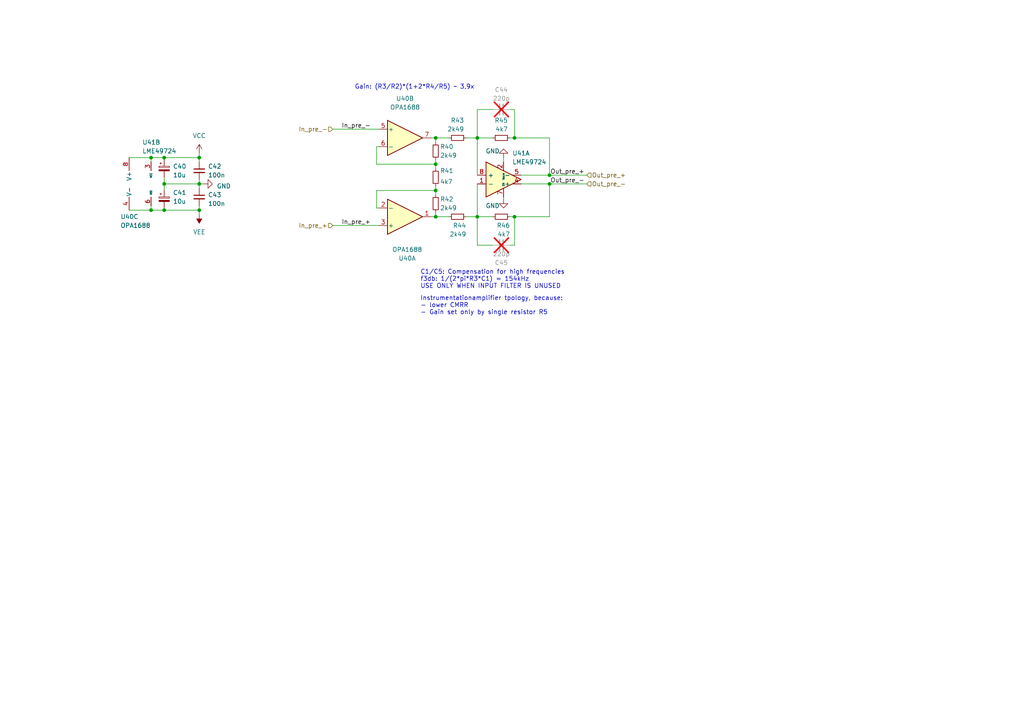
<source format=kicad_sch>
(kicad_sch (version 20230121) (generator eeschema)
  (paper "A4")
  (title_block (title "BHOA") (rev "0.1") (company "C Audio") (comment 3 "Balanced Headphone Operationsal Amplifier"))
  (lib_symbols
    (symbol ".OpAmp:LME49724"
      (property "Reference" "U602" (at 5.08 7.62 0))
      (property "Value" "LME49724" (at 5.08 5.08 0))
      (symbol "LME49724_1_1"
        (polyline (pts (xy -2.54 5.08) (xy 7.62 0) (xy -2.54 -5.08) (xy -2.54 5.08) (xy -2.54 5.08)) (stroke (width 0.254)) (fill (type background)))
        (pin input line (at -5.08 -1.27 0) (length 2.54) (name "-") (number "1"))
        (pin input line (at 2.54 5.08 270) (length 2.54) (name "Vocm") (number "2"))
        (pin output line (at 7.62 -1.27 180) (length 2.54) (name "+") (number "4"))
        (pin output line (at 7.62 1.27 180) (length 2.54) (name "-") (number "5"))
        (pin input line (at 2.54 -5.08 90) (length 2.54) (name "EN") (number "7"))
        (pin input line (at -5.08 1.27 0) (length 2.54) (name "+") (number "8"))
      )
      (symbol "LME49724_2_1"
        (pin power_in line (at 0 6.35 270) (length 2.54) (name "VCC") (number "3"))
        (pin power_in line (at 0 -6.35 90) (length 2.54) (name "VEE") (number "6"))
      )
    )
    (symbol "Device:C_Polarized_Small" (pin_numbers hide) (pin_names (offset 0.254) hide)
      (property "Reference" "C" (at 0.254 1.778 0))
      (property "Value" "C_Polarized_Small" (at 0.254 -2.032 0))
      (symbol "C_Polarized_Small_0_1"
        (rectangle (start -1.524 -0.3048) (end 1.524 -0.6858) (fill (type outline)))
        (rectangle (start -1.524 0.6858) (end 1.524 0.3048))
        (polyline (pts (xy -1.27 1.524) (xy -0.762 1.524)))
        (polyline (pts (xy -1.016 1.27) (xy -1.016 1.778)))
      )
      (symbol "C_Polarized_Small_1_1"
        (pin passive line (at 0 2.54 270) (length 1.8542) (name "~") (number "1"))
        (pin passive line (at 0 -2.54 90) (length 1.8542) (name "~") (number "2"))
      )
    )
    (symbol "Device:C_Small" (pin_numbers hide) (pin_names (offset 0.254) hide)
      (property "Reference" "C" (at 0.254 1.778 0))
      (property "Value" "C_Small" (at 0.254 -2.032 0))
      (symbol "C_Small_0_1"
        (polyline (pts (xy -1.524 -0.508) (xy 1.524 -0.508)) (stroke (width 0.3302)))
        (polyline (pts (xy -1.524 0.508) (xy 1.524 0.508)) (stroke (width 0.3048)))
      )
      (symbol "C_Small_1_1"
        (pin passive line (at 0 2.54 270) (length 2.032) (name "~") (number "1"))
        (pin passive line (at 0 -2.54 90) (length 2.032) (name "~") (number "2"))
      )
    )
    (symbol "Device:R_Small" (pin_numbers hide) (pin_names (offset 0.254) hide)
      (property "Reference" "R" (at 0.762 0.508 0))
      (property "Value" "R_Small" (at 0.762 -1.016 0))
      (symbol "R_Small_0_1"
        (rectangle (start -0.762 1.778) (end 0.762 -1.778) (stroke (width 0.2032)))
      )
      (symbol "R_Small_1_1"
        (pin passive line (at 0 2.54 270) (length 0.762) (name "~") (number "1"))
        (pin passive line (at 0 -2.54 90) (length 0.762) (name "~") (number "2"))
      )
    )
    (symbol "GND_4" (power) (pin_names (offset 0))
      (property "Value" "GND_4" (at 0 -3.81 0))
      (symbol "GND_4_0_1"
        (polyline (pts (xy 0 0) (xy 0 -1.27) (xy 1.27 -1.27) (xy 0 -2.54) (xy -1.27 -1.27) (xy 0 -1.27)))
      )
      (symbol "GND_4_1_1"
        (pin power_in line (at 0 0 270) (length 0) hide (name "GND") (number "1"))
      )
    )
    (symbol "LME49724_1"
      (property "Reference" "U602" (at 5.08 7.62 0))
      (property "Value" "LME49724" (at 5.08 5.08 0))
      (symbol "LME49724_1_1_1"
        (polyline (pts (xy -2.54 5.08) (xy 7.62 0) (xy -2.54 -5.08) (xy -2.54 5.08) (xy -2.54 5.08)) (stroke (width 0.254)) (fill (type background)))
        (pin input line (at -5.08 -1.27 0) (length 2.54) (name "-") (number "1"))
        (pin input line (at 2.54 5.08 270) (length 2.54) (name "Vocm") (number "2"))
        (pin output line (at 7.62 -1.27 180) (length 2.54) (name "+") (number "4"))
        (pin output line (at 7.62 1.27 180) (length 2.54) (name "-") (number "5"))
        (pin input line (at 2.54 -5.08 90) (length 2.54) (name "EN") (number "7"))
        (pin input line (at -5.08 1.27 0) (length 2.54) (name "+") (number "8"))
      )
      (symbol "LME49724_1_2_1"
        (pin power_in line (at 0 6.35 270) (length 2.54) (name "VCC") (number "3"))
        (pin power_in line (at 0 -6.35 90) (length 2.54) (name "VEE") (number "6"))
      )
    )
    (symbol "SoundPlus:OPA1688" (pin_names (offset 0.127))
      (property "Reference" "U" (at 0 5.08 0))
      (property "Value" "OPA1688" (at 0 -5.08 0))
      (symbol "OPA1688_1_1"
        (polyline (pts (xy -5.08 5.08) (xy 5.08 0) (xy -5.08 -5.08) (xy -5.08 5.08)) (stroke (width 0.254)) (fill (type background)))
        (pin output line (at 7.62 0 180) (length 2.54) (name "~") (number "1"))
        (pin input line (at -7.62 -2.54 0) (length 2.54) (name "-") (number "2"))
        (pin input line (at -7.62 2.54 0) (length 2.54) (name "+") (number "3"))
      )
      (symbol "OPA1688_2_1"
        (polyline (pts (xy -5.08 5.08) (xy 5.08 0) (xy -5.08 -5.08) (xy -5.08 5.08)) (stroke (width 0.254)) (fill (type background)))
        (pin input line (at -7.62 2.54 0) (length 2.54) (name "+") (number "5"))
        (pin input line (at -7.62 -2.54 0) (length 2.54) (name "-") (number "6"))
        (pin output line (at 7.62 0 180) (length 2.54) (name "~") (number "7"))
      )
      (symbol "OPA1688_3_1"
        (pin power_in line (at -2.54 -7.62 90) (length 3.81) (name "V-") (number "4"))
        (pin power_in line (at -2.54 7.62 270) (length 3.81) (name "V+") (number "8"))
      )
    )
    (symbol "power:GND" (power) (pin_names (offset 0))
      (property "Value" "GND" (at 0 -3.81 0))
      (symbol "GND_0_1"
        (polyline (pts (xy 0 0) (xy 0 -1.27) (xy 1.27 -1.27) (xy 0 -2.54) (xy -1.27 -1.27) (xy 0 -1.27)))
      )
      (symbol "GND_1_1"
        (pin power_in line (at 0 0 270) (length 0) hide (name "GND") (number "1"))
      )
    )
    (symbol "power:VCC" (power) (pin_names (offset 0))
      (property "Value" "VCC" (at 0 3.81 0))
      (symbol "VCC_0_1"
        (polyline (pts (xy -0.762 1.27) (xy 0 2.54)))
        (polyline (pts (xy 0 0) (xy 0 2.54)))
        (polyline (pts (xy 0 2.54) (xy 0.762 1.27)))
      )
      (symbol "VCC_1_1"
        (pin power_in line (at 0 0 90) (length 0) hide (name "VCC") (number "1"))
      )
    )
    (symbol "power:VEE" (power) (pin_names (offset 0))
      (property "Value" "VEE" (at 0 3.81 0))
      (symbol "VEE_0_1"
        (polyline (pts (xy 0 0) (xy 0 2.54)))
        (polyline (pts (xy 0.762 1.27) (xy -0.762 1.27) (xy 0 2.54) (xy 0.762 1.27)) (fill (type outline)))
      )
      (symbol "VEE_1_1"
        (pin power_in line (at 0 0 90) (length 0) hide (name "VEE") (number "1"))
      )
    )
  )
  (junction (at 126.365 47.625))
  (junction (at 138.43 40.005))
  (junction (at 47.625 53.34))
  (junction (at 47.625 60.96))
  (junction (at 57.785 45.72))
  (junction (at 138.43 62.865))
  (junction (at 47.625 45.72))
  (junction (at 126.365 62.865))
  (junction (at 126.365 40.005))
  (junction (at 159.385 50.8))
  (junction (at 149.225 62.865))
  (junction (at 43.815 60.96))
  (junction (at 159.385 53.34))
  (junction (at 126.365 55.245))
  (junction (at 149.225 40.005))
  (junction (at 57.785 53.34))
  (junction (at 57.785 60.96))
  (junction (at 43.815 45.72))
  (wire (pts (xy 138.43 31.75) (xy 138.43 40.005)))
  (wire (pts (xy 96.52 65.405) (xy 109.855 65.405)))
  (wire (pts (xy 149.225 62.865) (xy 147.955 62.865)))
  (wire (pts (xy 126.365 53.975) (xy 126.365 55.245)))
  (wire (pts (xy 135.255 40.005) (xy 138.43 40.005)))
  (wire (pts (xy 47.625 60.96) (xy 47.625 60.325)))
  (wire (pts (xy 126.365 40.005) (xy 130.175 40.005)))
  (wire (pts (xy 43.815 60.96) (xy 47.625 60.96)))
  (wire (pts (xy 57.785 44.45) (xy 57.785 45.72)))
  (wire (pts (xy 126.365 55.245) (xy 126.365 56.515)))
  (wire (pts (xy 159.385 40.005) (xy 159.385 50.8)))
  (wire (pts (xy 47.625 45.72) (xy 47.625 46.355)))
  (wire (pts (xy 125.095 40.005) (xy 126.365 40.005)))
  (wire (pts (xy 43.815 45.72) (xy 43.815 46.99)))
  (wire (pts (xy 159.385 53.34) (xy 170.18 53.34)))
  (wire (pts (xy 126.365 47.625) (xy 126.365 48.895)))
  (wire (pts (xy 138.43 40.005) (xy 142.875 40.005)))
  (wire (pts (xy 47.625 53.34) (xy 47.625 55.245)))
  (wire (pts (xy 159.385 62.865) (xy 149.225 62.865)))
  (wire (pts (xy 126.365 40.005) (xy 126.365 41.275)))
  (wire (pts (xy 126.365 62.865) (xy 130.175 62.865)))
  (wire (pts (xy 146.05 57.15) (xy 146.05 57.785)))
  (wire (pts (xy 125.095 62.865) (xy 126.365 62.865)))
  (wire (pts (xy 149.225 31.75) (xy 149.225 40.005)))
  (wire (pts (xy 109.22 42.545) (xy 109.855 42.545)))
  (wire (pts (xy 47.625 53.34) (xy 47.625 51.435)))
  (wire (pts (xy 149.225 71.12) (xy 149.225 62.865)))
  (wire (pts (xy 109.22 55.245) (xy 126.365 55.245)))
  (wire (pts (xy 126.365 61.595) (xy 126.365 62.865)))
  (wire (pts (xy 147.955 40.005) (xy 149.225 40.005)))
  (wire (pts (xy 159.385 50.8) (xy 170.18 50.8)))
  (wire (pts (xy 57.785 59.69) (xy 57.785 60.96)))
  (wire (pts (xy 109.22 47.625) (xy 109.22 42.545)))
  (wire (pts (xy 138.43 40.005) (xy 138.43 50.8)))
  (wire (pts (xy 57.785 52.07) (xy 57.785 53.34)))
  (wire (pts (xy 109.22 60.325) (xy 109.855 60.325)))
  (wire (pts (xy 57.785 46.99) (xy 57.785 45.72)))
  (wire (pts (xy 151.13 53.34) (xy 159.385 53.34)))
  (wire (pts (xy 96.52 37.465) (xy 109.855 37.465)))
  (wire (pts (xy 142.875 62.865) (xy 138.43 62.865)))
  (wire (pts (xy 57.785 45.72) (xy 47.625 45.72)))
  (wire (pts (xy 37.465 45.72) (xy 43.815 45.72)))
  (wire (pts (xy 57.785 53.34) (xy 57.785 54.61)))
  (wire (pts (xy 146.05 45.72) (xy 146.05 46.99)))
  (wire (pts (xy 57.785 60.96) (xy 57.785 62.23)))
  (wire (pts (xy 151.13 50.8) (xy 159.385 50.8)))
  (wire (pts (xy 147.955 71.12) (xy 149.225 71.12)))
  (wire (pts (xy 142.875 31.75) (xy 138.43 31.75)))
  (wire (pts (xy 109.22 55.245) (xy 109.22 60.325)))
  (wire (pts (xy 37.465 60.96) (xy 43.815 60.96)))
  (wire (pts (xy 126.365 46.355) (xy 126.365 47.625)))
  (wire (pts (xy 138.43 62.865) (xy 138.43 71.12)))
  (wire (pts (xy 57.785 53.34) (xy 47.625 53.34)))
  (wire (pts (xy 57.785 60.96) (xy 47.625 60.96)))
  (wire (pts (xy 43.815 59.69) (xy 43.815 60.96)))
  (wire (pts (xy 138.43 71.12) (xy 142.875 71.12)))
  (wire (pts (xy 109.22 47.625) (xy 126.365 47.625)))
  (wire (pts (xy 135.255 62.865) (xy 138.43 62.865)))
  (wire (pts (xy 59.055 53.34) (xy 57.785 53.34)))
  (wire (pts (xy 159.385 53.34) (xy 159.385 62.865)))
  (wire (pts (xy 147.955 31.75) (xy 149.225 31.75)))
  (wire (pts (xy 43.815 45.72) (xy 47.625 45.72)))
  (wire (pts (xy 149.225 40.005) (xy 159.385 40.005)))
  (wire (pts (xy 138.43 53.34) (xy 138.43 62.865)))
  (text "C1/C5: Compensation for high frequencies\nf3db: 1/(2*pi*R3*C1) = 154kHz\nUSE ONLY WHEN INPUT FILTER IS UNUSED\n" (at 121.92 83.82 0) (effects (font (size 1.27 1.27)) (justify left bottom)))
  (text "Instrumentationamplifier tpology, because:\n- lower CMRR\n- Gain set only by single resistor R5" (at 121.92 91.44 0) (effects (font (size 1.27 1.27)) (justify left bottom)))
  (text "Gain: (R3/R2)*(1+2*R4/R5) ~ 3,9x" (at 102.87 26.035 0) (effects (font (size 1.27 1.27)) (justify left bottom)))
  (label "Out_pre_+" (at 169.545 50.8 180))
  (label "In_pre_+" (at 99.06 65.405 0))
  (label "Out_pre_-" (at 169.545 53.34 180))
  (label "In_pre_-" (at 99.06 37.465 0))
  (hierarchical_label "Out_pre_+" (shape input) (at 170.18 50.8 0))
  (hierarchical_label "In_pre_-" (shape input) (at 96.52 37.465 180))
  (hierarchical_label "Out_pre_-" (shape input) (at 170.18 53.34 0))
  (hierarchical_label "In_pre_+" (shape input) (at 96.52 65.405 180))
  (symbol (lib_id "Device:R_Small") (at 126.365 59.055 0) (unit 1)
    (property "Reference" "R42" (at 127.635 57.785 0) (effects (justify left)))
    (property "Value" "2k49" (at 127.635 60.325 0) (effects (justify left)))
    (property "Footprint" "Resistor_SMD:R_0805_2012Metric_Pad1.20x1.40mm_HandSolder" (effects hide))
    (instances (project "BHOA" (path "" (reference "R42") (unit 1)) (path "" (reference "R52") (unit 1))) (project "Whammy Amp Balanced" (path "" (reference "Re?") (unit 1)) (path "" (reference "Re?") (unit 1)) (path "" (reference "Re?") (unit 1))))
  )
  (symbol (lib_id "Device:C_Small") (at 57.785 49.53 0) (unit 1)
    (property "Reference" "C42" (at 60.325 48.26 0) (effects (justify left)))
    (property "Value" "100n" (at 60.325 50.8 0) (effects (justify left)))
    (property "Footprint" "Capacitor_SMD:C_0805_2012Metric_Pad1.18x1.45mm_HandSolder" (effects hide))
    (instances (project "BHOA" (path "" (reference "C42") (unit 1)) (path "" (reference "C52") (unit 1))) (project "Whammy Amp Balanced" (path "" (reference "C?") (unit 1)) (path "" (reference "C?") (unit 1))))
  )
  (symbol (lib_id "Device:C_Small") (at 145.415 71.12 90) (mirror x) (unit 1) (dnp yes)
    (property "Reference" "C45" (at 145.4213 76.2 90))
    (property "Value" "220p" (at 145.4213 73.66 90))
    (property "Footprint" "Capacitor_SMD:C_0805_2012Metric_Pad1.18x1.45mm_HandSolder" (effects hide))
    (instances (project "BHOA" (path "" (reference "C45") (unit 1)) (path "" (reference "C55") (unit 1))) (project "Whammy Amp Balanced" (path "" (reference "C?") (unit 1)) (path "" (reference "C?") (unit 1)) (path "" (reference "C?") (unit 1))))
  )
  (symbol (lib_id ".OpAmp:LME49724") (at 43.815 53.34 0) (unit 2)
    (property "Reference" "U41" (at 41.275 41.275 0) (effects (justify left)))
    (property "Value" "LME49724" (at 41.275 43.815 0) (effects (justify left)))
    (property "Footprint" "Package_SO:SOIC-8_3.9x4.9mm_P1.27mm" (effects hide))
    (property "Datasheet" "https://www.ti.com/lit/ds/symlink/lme49724.pdf?HQS=dis-mous-null-mousermode-dsf-pf-null-wwe&ts=1689977342281&ref_url=https%253A%252F%252Fwww.mouser.de%252F" (effects hide))
    (instances (project "BHOA" (path "" (reference "U41") (unit 2)) (path "" (reference "U51") (unit 2))) (project "Whammy Amp Balanced" (path "" (reference "U?") (unit 2)) (path "" (reference "U?") (unit 2)) (path "" (reference "U?") (unit 2))))
  )
  (symbol (lib_id "Device:C_Small") (at 57.785 57.15 0) (unit 1)
    (property "Reference" "C43" (at 60.325 56.5213 0) (effects (justify left)))
    (property "Value" "100n" (at 60.325 59.0613 0) (effects (justify left)))
    (property "Footprint" "Capacitor_SMD:C_0805_2012Metric_Pad1.18x1.45mm_HandSolder" (effects hide))
    (instances (project "BHOA" (path "" (reference "C43") (unit 1)) (path "" (reference "C53") (unit 1))) (project "Whammy Amp Balanced" (path "" (reference "C?") (unit 1)) (path "" (reference "C?") (unit 1))))
  )
  (symbol (lib_id "Device:R_Small") (at 145.415 62.865 90) (unit 1)
    (property "Reference" "R46" (at 147.955 65.405 90) (effects (justify left)))
    (property "Value" "4k7" (at 147.955 67.945 90) (effects (justify left)))
    (property "Footprint" "Resistor_SMD:R_0805_2012Metric_Pad1.20x1.40mm_HandSolder" (effects hide))
    (instances (project "BHOA" (path "" (reference "R46") (unit 1)) (path "" (reference "R56") (unit 1))) (project "Whammy Amp Balanced" (path "" (reference "R?") (unit 1)) (path "" (reference "R?") (unit 1)) (path "" (reference "R?") (unit 1))))
  )
  (symbol (lib_id "power:VEE") (at 57.785 62.23 180) (unit 1)
    (property "Reference" "#PWR041" (effects hide))
    (property "Value" "VEE" (at 57.785 67.31 0))
    (instances (project "BHOA" (path "" (reference "#PWR041") (unit 1)) (path "" (reference "#PWR051") (unit 1))))
  )
  (symbol (lib_id "SoundPlus:OPA1688") (at 117.475 40.005 0) (unit 2)
    (property "Reference" "U40" (at 117.475 28.575 0))
    (property "Value" "OPA1688" (at 117.475 31.115 0))
    (property "Footprint" "Package_SO:SOIC-8_3.9x4.9mm_P1.27mm" (effects hide))
    (property "Datasheet" "https://www.ti.com/lit/ds/symlink/opa1688.pdf?HQS=dis-mous-null-mousermode-dsf-pf-null-wwe&ts=1698782931096&ref_url=https%253A%252F%252Fwww.mouser.de%252F" (effects hide))
    (instances (project "BHOA" (path "" (reference "U40") (unit 2)) (path "" (reference "U50") (unit 2))))
  )
  (symbol (lib_name "GND_4") (lib_id "power:GND") (at 146.05 57.785 0) (unit 1)
    (property "Reference" "#PWR044" (effects hide))
    (property "Value" "GND" (at 142.875 59.69 0))
    (instances (project "BHOA" (path "" (reference "#PWR044") (unit 1)) (path "" (reference "#PWR054") (unit 1))) (project "Whammy Amp Balanced" (path "" (reference "#PWR?") (unit 1)) (path "" (reference "#PWR?") (unit 1)) (path "" (reference "#PWR?") (unit 1))))
  )
  (symbol (lib_id "Device:R_Small") (at 145.415 40.005 90) (unit 1)
    (property "Reference" "R45" (at 147.32 34.925 90) (effects (justify left)))
    (property "Value" "4k7" (at 147.32 37.465 90) (effects (justify left)))
    (property "Footprint" "Resistor_SMD:R_0805_2012Metric_Pad1.20x1.40mm_HandSolder" (effects hide))
    (instances (project "BHOA" (path "" (reference "R45") (unit 1)) (path "" (reference "R55") (unit 1))) (project "Whammy Amp Balanced" (path "" (reference "R?") (unit 1)) (path "" (reference "R?") (unit 1)) (path "" (reference "R?") (unit 1))))
  )
  (symbol (lib_id "power:VCC") (at 57.785 44.45 0) (unit 1)
    (property "Reference" "#PWR040" (effects hide))
    (property "Value" "VCC" (at 57.785 39.37 0))
    (instances (project "BHOA" (path "" (reference "#PWR040") (unit 1)) (path "" (reference "#PWR050") (unit 1))))
  )
  (symbol (lib_id "SoundPlus:OPA1688") (at 117.475 62.865 0) (mirror x) (unit 1)
    (property "Reference" "U40" (at 118.11 74.93 0))
    (property "Value" "OPA1688" (at 118.11 72.39 0))
    (property "Footprint" "Package_SO:SOIC-8_3.9x4.9mm_P1.27mm" (effects hide))
    (property "Datasheet" "https://www.ti.com/lit/ds/symlink/opa1688.pdf?HQS=dis-mous-null-mousermode-dsf-pf-null-wwe&ts=1698782931096&ref_url=https%253A%252F%252Fwww.mouser.de%252F" (effects hide))
    (instances (project "BHOA" (path "" (reference "U40") (unit 1)) (path "" (reference "U50") (unit 1))))
  )
  (symbol (lib_id "Device:R_Small") (at 126.365 51.435 0) (unit 1)
    (property "Reference" "R41" (at 127.635 49.53 0) (effects (justify left)))
    (property "Value" "4k7" (at 127.635 52.705 0) (effects (justify left)))
    (property "Footprint" "Resistor_SMD:R_1206_3216Metric_Pad1.30x1.75mm_HandSolder" (effects hide))
    (instances (project "BHOA" (path "" (reference "R41") (unit 1)) (path "" (reference "R51") (unit 1))) (project "Whammy Amp Balanced" (path "" (reference "R?") (unit 1)) (path "" (reference "R?") (unit 1)) (path "" (reference "R?") (unit 1))))
  )
  (symbol (lib_id "Device:C_Polarized_Small") (at 47.625 57.785 0) (unit 1)
    (property "Reference" "C41" (at 50.165 55.88 0) (effects (justify left)))
    (property "Value" "10u" (at 50.165 58.42 0) (effects (justify left)))
    (property "Footprint" "Capacitor_SMD:C_1206_3216Metric_Pad1.33x1.80mm_HandSolder" (effects hide))
    (instances (project "BHOA" (path "" (reference "C41") (unit 1)) (path "" (reference "C51") (unit 1))) (project "Whammy Amp Balanced" (path "" (reference "C?") (unit 1)) (path "" (reference "C?") (unit 1))))
  )
  (symbol (lib_id "SoundPlus:OPA1688") (at 40.005 53.34 0) (unit 3)
    (property "Reference" "U40" (at 34.925 62.865 0) (effects (justify left)))
    (property "Value" "OPA1688" (at 34.925 65.405 0) (effects (justify left)))
    (property "Footprint" "Package_SO:SOIC-8_3.9x4.9mm_P1.27mm" (effects hide))
    (property "Datasheet" "https://www.ti.com/lit/ds/symlink/opa1688.pdf?HQS=dis-mous-null-mousermode-dsf-pf-null-wwe&ts=1698782931096&ref_url=https%253A%252F%252Fwww.mouser.de%252F" (effects hide))
    (instances (project "BHOA" (path "" (reference "U40") (unit 3)) (path "" (reference "U50") (unit 3))))
  )
  (symbol (lib_id "Device:C_Polarized_Small") (at 47.625 48.895 0) (unit 1)
    (property "Reference" "C40" (at 50.165 48.26 0) (effects (justify left)))
    (property "Value" "10u" (at 50.165 50.8 0) (effects (justify left)))
    (property "Footprint" "Capacitor_SMD:C_1206_3216Metric_Pad1.33x1.80mm_HandSolder" (effects hide))
    (instances (project "BHOA" (path "" (reference "C40") (unit 1)) (path "" (reference "C50") (unit 1))) (project "Whammy Amp Balanced" (path "" (reference "C?") (unit 1)) (path "" (reference "C?") (unit 1))))
  )
  (symbol (lib_name "GND_4") (lib_id "power:GND") (at 146.05 45.72 180) (unit 1)
    (property "Reference" "#PWR043" (effects hide))
    (property "Value" "GND" (at 142.875 43.815 0))
    (instances (project "BHOA" (path "" (reference "#PWR043") (unit 1)) (path "" (reference "#PWR053") (unit 1))) (project "Whammy Amp Balanced" (path "" (reference "#PWR?") (unit 1)) (path "" (reference "#PWR?") (unit 1)) (path "" (reference "#PWR?") (unit 1))))
  )
  (symbol (lib_id "Device:R_Small") (at 126.365 43.815 0) (unit 1)
    (property "Reference" "R40" (at 127.635 42.545 0) (effects (justify left)))
    (property "Value" "2k49" (at 127.635 45.085 0) (effects (justify left)))
    (property "Footprint" "Resistor_SMD:R_0805_2012Metric_Pad1.20x1.40mm_HandSolder" (effects hide))
    (instances (project "BHOA" (path "" (reference "R40") (unit 1)) (path "" (reference "R50") (unit 1))) (project "Whammy Amp Balanced" (path "" (reference "R?") (unit 1)) (path "" (reference "R?") (unit 1)) (path "" (reference "R?") (unit 1))))
  )
  (symbol (lib_id "Device:R_Small") (at 132.715 62.865 90) (unit 1)
    (property "Reference" "R44" (at 135.255 65.405 90) (effects (justify left)))
    (property "Value" "2k49" (at 135.255 67.945 90) (effects (justify left)))
    (property "Footprint" "Resistor_SMD:R_0805_2012Metric_Pad1.20x1.40mm_HandSolder" (effects hide))
    (instances (project "BHOA" (path "" (reference "R44") (unit 1)) (path "" (reference "R54") (unit 1))) (project "Whammy Amp Balanced" (path "" (reference "R?") (unit 1)) (path "" (reference "R?") (unit 1)) (path "" (reference "R?") (unit 1))))
  )
  (symbol (lib_id "Device:C_Small") (at 145.415 31.75 90) (unit 1) (dnp yes)
    (property "Reference" "C44" (at 145.4213 26.035 90))
    (property "Value" "220p" (at 145.4213 28.575 90))
    (property "Footprint" "Capacitor_SMD:C_0805_2012Metric_Pad1.18x1.45mm_HandSolder" (effects hide))
    (instances (project "BHOA" (path "" (reference "C44") (unit 1)) (path "" (reference "C54") (unit 1))) (project "Whammy Amp Balanced" (path "" (reference "C?") (unit 1)) (path "" (reference "C?") (unit 1)) (path "" (reference "C?") (unit 1))))
  )
  (symbol (lib_name "LME49724_1") (lib_id ".OpAmp:LME49724") (at 143.51 52.07 0) (unit 1)
    (property "Reference" "U41" (at 148.59 44.45 0) (effects (justify left)))
    (property "Value" "LME49724" (at 148.59 46.99 0) (effects (justify left)))
    (property "Footprint" "Package_SO:SOIC-8_3.9x4.9mm_P1.27mm" (effects hide))
    (property "Datasheet" "https://www.ti.com/lit/ds/symlink/lme49724.pdf?HQS=dis-mous-null-mousermode-dsf-pf-null-wwe&ts=1689977342281&ref_url=https%253A%252F%252Fwww.mouser.de%252F" (effects hide))
    (instances (project "BHOA" (path "" (reference "U41") (unit 1)) (path "" (reference "U51") (unit 1))) (project "Whammy Amp Balanced" (path "" (reference "U?") (unit 1)) (path "" (reference "U?") (unit 1)) (path "" (reference "U?") (unit 1))))
  )
  (symbol (lib_id "power:GND") (at 59.055 53.34 90) (unit 1)
    (property "Reference" "#PWR042" (effects hide))
    (property "Value" "GND" (at 62.865 53.975 90) (effects (justify right)))
    (instances (project "BHOA" (path "" (reference "#PWR042") (unit 1)) (path "" (reference "#PWR052") (unit 1))) (project "Whammy Amp Balanced" (path "" (reference "#PWR?") (unit 1)) (path "" (reference "#PWR?") (unit 1))))
  )
  (symbol (lib_id "Device:R_Small") (at 132.715 40.005 90) (unit 1)
    (property "Reference" "R43" (at 134.62 34.925 90) (effects (justify left)))
    (property "Value" "2k49" (at 134.62 37.465 90) (effects (justify left)))
    (property "Footprint" "Resistor_SMD:R_0805_2012Metric_Pad1.20x1.40mm_HandSolder" (effects hide))
    (instances (project "BHOA" (path "" (reference "R43") (unit 1)) (path "" (reference "R53") (unit 1))) (project "Whammy Amp Balanced" (path "" (reference "R?") (unit 1)) (path "" (reference "R?") (unit 1)) (path "" (reference "R?") (unit 1))))
  )
)
</source>
